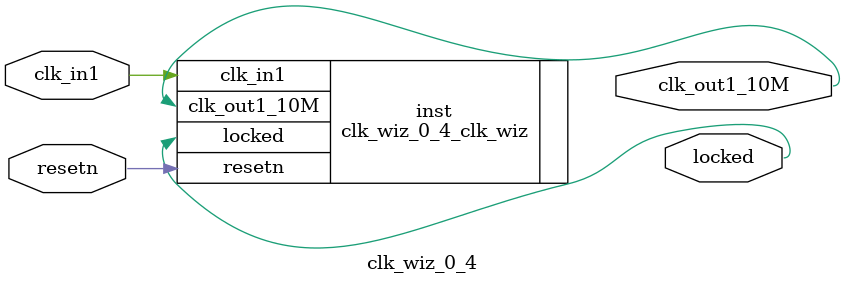
<source format=v>


`timescale 1ps/1ps

(* CORE_GENERATION_INFO = "clk_wiz_0_4,clk_wiz_v5_4_3_0,{component_name=clk_wiz_0_4,use_phase_alignment=true,use_min_o_jitter=false,use_max_i_jitter=false,use_dyn_phase_shift=false,use_inclk_switchover=false,use_dyn_reconfig=false,enable_axi=0,feedback_source=FDBK_AUTO,PRIMITIVE=PLL,num_out_clk=1,clkin1_period=5.000,clkin2_period=10.0,use_power_down=false,use_reset=true,use_locked=true,use_inclk_stopped=false,feedback_type=SINGLE,CLOCK_MGR_TYPE=NA,manual_override=false}" *)

module clk_wiz_0_4 
 (
  // Clock out ports
  output        clk_out1_10M,
  // Status and control signals
  input         resetn,
  output        locked,
 // Clock in ports
  input         clk_in1
 );

  clk_wiz_0_4_clk_wiz inst
  (
  // Clock out ports  
  .clk_out1_10M(clk_out1_10M),
  // Status and control signals               
  .resetn(resetn), 
  .locked(locked),
 // Clock in ports
  .clk_in1(clk_in1)
  );

endmodule

</source>
